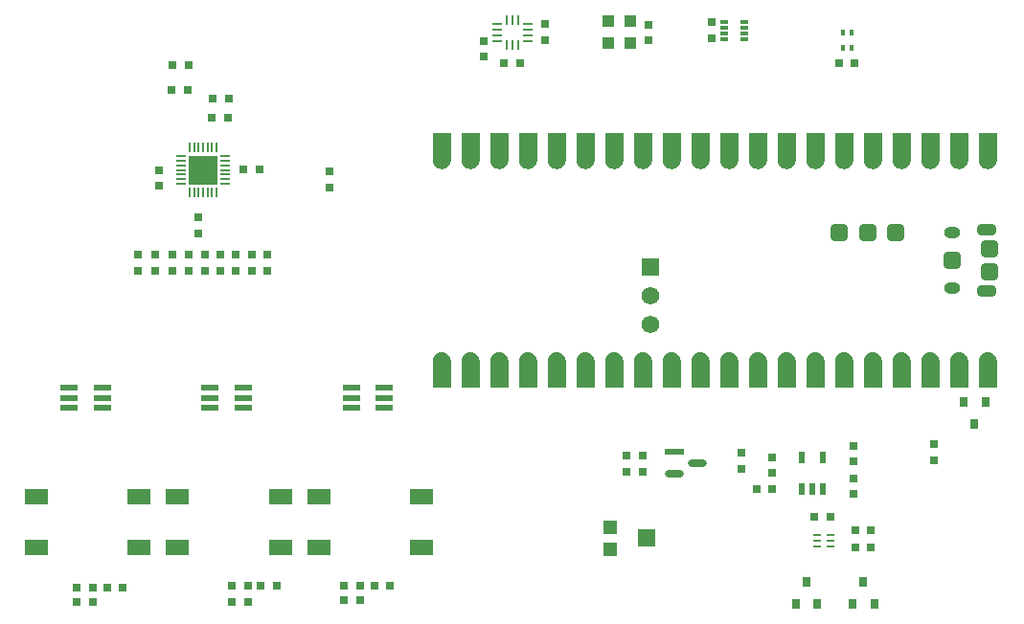
<source format=gbr>
%TF.GenerationSoftware,Altium Limited,Altium Designer,25.8.1 (18)*%
G04 Layer_Color=8421504*
%FSLAX45Y45*%
%MOMM*%
%TF.SameCoordinates,177DAE0C-5750-4891-A40F-8E88CBB746AF*%
%TF.FilePolarity,Positive*%
%TF.FileFunction,Paste,Top*%
%TF.Part,Single*%
G01*
G75*
%TA.AperFunction,SMDPad,CuDef*%
%ADD13R,0.72000X0.30000*%
G04:AMPARAMS|DCode=14|XSize=0.76mm|YSize=0.6604mm|CornerRadius=0.08255mm|HoleSize=0mm|Usage=FLASHONLY|Rotation=270.000|XOffset=0mm|YOffset=0mm|HoleType=Round|Shape=RoundedRectangle|*
%AMROUNDEDRECTD14*
21,1,0.76000,0.49530,0,0,270.0*
21,1,0.59490,0.66040,0,0,270.0*
1,1,0.16510,-0.24765,-0.29745*
1,1,0.16510,-0.24765,0.29745*
1,1,0.16510,0.24765,0.29745*
1,1,0.16510,0.24765,-0.29745*
%
%ADD14ROUNDEDRECTD14*%
%ADD15R,0.30000X0.60000*%
G04:AMPARAMS|DCode=16|XSize=0.76mm|YSize=0.6604mm|CornerRadius=0.08255mm|HoleSize=0mm|Usage=FLASHONLY|Rotation=180.000|XOffset=0mm|YOffset=0mm|HoleType=Round|Shape=RoundedRectangle|*
%AMROUNDEDRECTD16*
21,1,0.76000,0.49530,0,0,180.0*
21,1,0.59490,0.66040,0,0,180.0*
1,1,0.16510,-0.29745,0.24765*
1,1,0.16510,0.29745,0.24765*
1,1,0.16510,0.29745,-0.24765*
1,1,0.16510,-0.29745,-0.24765*
%
%ADD16ROUNDEDRECTD16*%
%TA.AperFunction,ConnectorPad*%
%ADD17O,1.80000X1.10000*%
%ADD18O,1.45000X1.05000*%
%TA.AperFunction,SMDPad,CuDef*%
%ADD19R,1.00000X1.00000*%
%ADD20O,0.95000X0.25000*%
%ADD21O,0.25000X0.95000*%
G04:AMPARAMS|DCode=22|XSize=1.5mm|YSize=1.5mm|CornerRadius=0.3mm|HoleSize=0mm|Usage=FLASHONLY|Rotation=270.000|XOffset=0mm|YOffset=0mm|HoleType=Round|Shape=RoundedRectangle|*
%AMROUNDEDRECTD22*
21,1,1.50000,0.90000,0,0,270.0*
21,1,0.90000,1.50000,0,0,270.0*
1,1,0.60000,-0.45000,-0.45000*
1,1,0.60000,-0.45000,0.45000*
1,1,0.60000,0.45000,0.45000*
1,1,0.60000,0.45000,-0.45000*
%
%ADD22ROUNDEDRECTD22*%
%ADD23R,0.60000X1.10000*%
%ADD24C,1.57480*%
G04:AMPARAMS|DCode=25|XSize=1.68435mm|YSize=0.62684mm|CornerRadius=0.31342mm|HoleSize=0mm|Usage=FLASHONLY|Rotation=0.000|XOffset=0mm|YOffset=0mm|HoleType=Round|Shape=RoundedRectangle|*
%AMROUNDEDRECTD25*
21,1,1.68435,0.00000,0,0,0.0*
21,1,1.05751,0.62684,0,0,0.0*
1,1,0.62684,0.52875,0.00000*
1,1,0.62684,-0.52875,0.00000*
1,1,0.62684,-0.52875,0.00000*
1,1,0.62684,0.52875,0.00000*
%
%ADD25ROUNDEDRECTD25*%
%ADD26R,0.80000X0.90000*%
%ADD27R,2.65000X2.65000*%
%ADD28O,0.85000X0.20000*%
%ADD29R,1.60000X0.50000*%
%ADD30R,2.10000X1.40000*%
%ADD31O,0.20000X0.85000*%
%ADD32R,1.50000X1.60000*%
%ADD33R,1.20000X1.20000*%
%ADD34R,0.80000X0.80000*%
%ADD35R,1.68435X0.62684*%
%ADD36R,1.57480X1.57480*%
%TA.AperFunction,NonConductor*%
%ADD118R,0.70000X0.23000*%
%ADD119R,0.70000X0.23000*%
G36*
X12392999Y4401500D02*
X12393230Y4161755D01*
X12393230Y4156512D01*
X12391863Y4146115D01*
X12389149Y4135985D01*
X12385137Y4126296D01*
X12379893Y4117214D01*
X12373509Y4108893D01*
X12366093Y4101478D01*
X12357773Y4095095D01*
X12348690Y4089853D01*
X12339000Y4085841D01*
X12328870Y4083128D01*
X12318472Y4081762D01*
X12313229Y4081763D01*
X12307986Y4081762D01*
X12297589Y4083130D01*
X12287460Y4085844D01*
X12277771Y4089856D01*
X12268690Y4095099D01*
X12260370Y4101483D01*
X12252955Y4108897D01*
X12246571Y4117217D01*
X12241328Y4126298D01*
X12237315Y4135986D01*
X12234602Y4146115D01*
X12233233Y4156512D01*
X12233234Y4161755D01*
X12233234Y4161755D01*
X12232999Y4401501D01*
X12392999Y4401500D01*
D02*
G37*
G36*
X12138999D02*
X12139230Y4161755D01*
X12139230Y4156512D01*
X12137863Y4146115D01*
X12135149Y4135985D01*
X12131137Y4126296D01*
X12125893Y4117214D01*
X12119509Y4108893D01*
X12112093Y4101478D01*
X12103773Y4095095D01*
X12094690Y4089853D01*
X12085000Y4085841D01*
X12074870Y4083128D01*
X12064472Y4081762D01*
X12059229Y4081763D01*
X12053986Y4081762D01*
X12043589Y4083130D01*
X12033460Y4085844D01*
X12023771Y4089856D01*
X12014690Y4095099D01*
X12006370Y4101483D01*
X11998955Y4108897D01*
X11992571Y4117217D01*
X11987328Y4126298D01*
X11983315Y4135986D01*
X11980602Y4146115D01*
X11979233Y4156512D01*
X11979234Y4161755D01*
X11979234Y4161755D01*
X11978999Y4401501D01*
X12138999Y4401500D01*
D02*
G37*
G36*
X11884999D02*
X11885230Y4161755D01*
X11885230Y4156512D01*
X11883863Y4146115D01*
X11881149Y4135985D01*
X11877137Y4126296D01*
X11871893Y4117214D01*
X11865509Y4108893D01*
X11858093Y4101478D01*
X11849773Y4095095D01*
X11840690Y4089853D01*
X11831000Y4085841D01*
X11820870Y4083128D01*
X11810472Y4081762D01*
X11805229Y4081763D01*
X11799986Y4081762D01*
X11789589Y4083130D01*
X11779460Y4085844D01*
X11769771Y4089856D01*
X11760690Y4095099D01*
X11752370Y4101483D01*
X11744955Y4108897D01*
X11738571Y4117217D01*
X11733328Y4126298D01*
X11729315Y4135986D01*
X11726602Y4146115D01*
X11725233Y4156512D01*
X11725234Y4161755D01*
X11725234Y4161755D01*
X11724999Y4401501D01*
X11884999Y4401500D01*
D02*
G37*
G36*
X11630999D02*
X11631230Y4161755D01*
X11631230Y4156512D01*
X11629863Y4146115D01*
X11627149Y4135985D01*
X11623137Y4126296D01*
X11617893Y4117214D01*
X11611509Y4108893D01*
X11604093Y4101478D01*
X11595773Y4095095D01*
X11586690Y4089853D01*
X11577000Y4085841D01*
X11566870Y4083128D01*
X11556472Y4081762D01*
X11551229Y4081763D01*
X11545986Y4081762D01*
X11535589Y4083130D01*
X11525460Y4085844D01*
X11515771Y4089856D01*
X11506690Y4095099D01*
X11498370Y4101483D01*
X11490955Y4108897D01*
X11484571Y4117217D01*
X11479328Y4126298D01*
X11475315Y4135986D01*
X11472602Y4146115D01*
X11471233Y4156512D01*
X11471234Y4161755D01*
X11471234Y4161755D01*
X11470999Y4401501D01*
X11630999Y4401500D01*
D02*
G37*
G36*
X11376999D02*
X11377230Y4161755D01*
X11377230Y4156512D01*
X11375863Y4146115D01*
X11373149Y4135985D01*
X11369137Y4126296D01*
X11363893Y4117214D01*
X11357509Y4108893D01*
X11350093Y4101478D01*
X11341773Y4095095D01*
X11332690Y4089853D01*
X11323000Y4085841D01*
X11312870Y4083128D01*
X11302472Y4081762D01*
X11297229Y4081763D01*
X11291986Y4081762D01*
X11281589Y4083130D01*
X11271460Y4085844D01*
X11261771Y4089856D01*
X11252690Y4095099D01*
X11244370Y4101483D01*
X11236955Y4108897D01*
X11230571Y4117217D01*
X11225328Y4126298D01*
X11221315Y4135986D01*
X11218602Y4146115D01*
X11217233Y4156512D01*
X11217234Y4161755D01*
X11217234Y4161755D01*
X11216999Y4401501D01*
X11376999Y4401500D01*
D02*
G37*
G36*
X11122999D02*
X11123230Y4161755D01*
X11123230Y4156512D01*
X11121863Y4146115D01*
X11119149Y4135985D01*
X11115137Y4126296D01*
X11109893Y4117214D01*
X11103509Y4108893D01*
X11096093Y4101478D01*
X11087773Y4095095D01*
X11078690Y4089853D01*
X11069000Y4085841D01*
X11058870Y4083128D01*
X11048472Y4081762D01*
X11043229Y4081763D01*
X11037986Y4081762D01*
X11027589Y4083130D01*
X11017460Y4085844D01*
X11007771Y4089856D01*
X10998690Y4095099D01*
X10990370Y4101483D01*
X10982955Y4108897D01*
X10976571Y4117217D01*
X10971328Y4126298D01*
X10967315Y4135986D01*
X10964602Y4146115D01*
X10963233Y4156512D01*
X10963234Y4161755D01*
X10963234Y4161755D01*
X10962999Y4401501D01*
X11122999Y4401500D01*
D02*
G37*
G36*
X10868999D02*
X10869230Y4161755D01*
X10869230Y4156512D01*
X10867863Y4146115D01*
X10865149Y4135985D01*
X10861137Y4126296D01*
X10855893Y4117214D01*
X10849509Y4108893D01*
X10842093Y4101478D01*
X10833773Y4095095D01*
X10824690Y4089853D01*
X10815000Y4085841D01*
X10804870Y4083128D01*
X10794472Y4081762D01*
X10789229Y4081763D01*
X10783986Y4081762D01*
X10773589Y4083130D01*
X10763460Y4085844D01*
X10753771Y4089856D01*
X10744690Y4095099D01*
X10736370Y4101483D01*
X10728955Y4108897D01*
X10722571Y4117217D01*
X10717328Y4126298D01*
X10713315Y4135986D01*
X10710602Y4146115D01*
X10709233Y4156512D01*
X10709234Y4161755D01*
X10709234Y4161755D01*
X10708999Y4401501D01*
X10868999Y4401500D01*
D02*
G37*
G36*
X10614999D02*
X10615230Y4161755D01*
X10615230Y4156512D01*
X10613863Y4146115D01*
X10611149Y4135985D01*
X10607137Y4126296D01*
X10601893Y4117214D01*
X10595509Y4108893D01*
X10588093Y4101478D01*
X10579773Y4095095D01*
X10570690Y4089853D01*
X10561000Y4085841D01*
X10550870Y4083128D01*
X10540472Y4081762D01*
X10535229Y4081763D01*
X10529986Y4081762D01*
X10519589Y4083130D01*
X10509460Y4085844D01*
X10499771Y4089856D01*
X10490690Y4095099D01*
X10482370Y4101483D01*
X10474955Y4108897D01*
X10468571Y4117217D01*
X10463328Y4126298D01*
X10459315Y4135986D01*
X10456602Y4146115D01*
X10455233Y4156512D01*
X10455234Y4161755D01*
X10455234Y4161755D01*
X10454999Y4401501D01*
X10614999Y4401500D01*
D02*
G37*
G36*
X10360999D02*
X10361230Y4161755D01*
X10361230Y4156512D01*
X10359863Y4146115D01*
X10357149Y4135985D01*
X10353137Y4126296D01*
X10347893Y4117214D01*
X10341509Y4108893D01*
X10334093Y4101478D01*
X10325773Y4095095D01*
X10316690Y4089853D01*
X10307000Y4085841D01*
X10296870Y4083128D01*
X10286472Y4081762D01*
X10281229Y4081763D01*
X10275986Y4081762D01*
X10265589Y4083130D01*
X10255460Y4085844D01*
X10245771Y4089856D01*
X10236690Y4095099D01*
X10228370Y4101483D01*
X10220955Y4108897D01*
X10214571Y4117217D01*
X10209328Y4126298D01*
X10205315Y4135986D01*
X10202602Y4146115D01*
X10201233Y4156512D01*
X10201234Y4161755D01*
X10201234Y4161755D01*
X10200999Y4401501D01*
X10360999Y4401500D01*
D02*
G37*
G36*
X10106999D02*
X10107230Y4161755D01*
X10107230Y4156512D01*
X10105863Y4146115D01*
X10103149Y4135985D01*
X10099137Y4126296D01*
X10093893Y4117214D01*
X10087509Y4108893D01*
X10080093Y4101478D01*
X10071773Y4095095D01*
X10062690Y4089853D01*
X10053000Y4085841D01*
X10042870Y4083128D01*
X10032472Y4081762D01*
X10027229Y4081763D01*
X10021986Y4081762D01*
X10011589Y4083130D01*
X10001460Y4085844D01*
X9991771Y4089856D01*
X9982690Y4095099D01*
X9974370Y4101483D01*
X9966955Y4108897D01*
X9960571Y4117217D01*
X9955328Y4126298D01*
X9951315Y4135986D01*
X9948602Y4146115D01*
X9947233Y4156512D01*
X9947234Y4161755D01*
X9947234Y4161755D01*
X9946999Y4401501D01*
X10106999Y4401500D01*
D02*
G37*
G36*
X9852999D02*
X9853230Y4161755D01*
X9853230Y4156512D01*
X9851863Y4146115D01*
X9849149Y4135985D01*
X9845137Y4126296D01*
X9839893Y4117214D01*
X9833509Y4108893D01*
X9826093Y4101478D01*
X9817773Y4095095D01*
X9808690Y4089853D01*
X9799000Y4085841D01*
X9788870Y4083128D01*
X9778472Y4081762D01*
X9773229Y4081763D01*
X9767986Y4081762D01*
X9757589Y4083130D01*
X9747460Y4085844D01*
X9737771Y4089856D01*
X9728690Y4095099D01*
X9720370Y4101483D01*
X9712955Y4108897D01*
X9706571Y4117217D01*
X9701328Y4126298D01*
X9697315Y4135986D01*
X9694602Y4146115D01*
X9693233Y4156512D01*
X9693234Y4161755D01*
X9693234Y4161755D01*
X9692999Y4401501D01*
X9852999Y4401500D01*
D02*
G37*
G36*
X9598999D02*
X9599230Y4161755D01*
X9599230Y4156512D01*
X9597863Y4146115D01*
X9595149Y4135985D01*
X9591137Y4126296D01*
X9585893Y4117214D01*
X9579509Y4108893D01*
X9572093Y4101478D01*
X9563773Y4095095D01*
X9554690Y4089853D01*
X9545000Y4085841D01*
X9534870Y4083128D01*
X9524472Y4081762D01*
X9519229Y4081763D01*
X9513986Y4081762D01*
X9503589Y4083130D01*
X9493460Y4085844D01*
X9483771Y4089856D01*
X9474690Y4095099D01*
X9466370Y4101483D01*
X9458955Y4108897D01*
X9452571Y4117217D01*
X9447328Y4126298D01*
X9443315Y4135986D01*
X9440602Y4146115D01*
X9439233Y4156512D01*
X9439234Y4161755D01*
X9439234Y4161755D01*
X9438999Y4401501D01*
X9598999Y4401500D01*
D02*
G37*
G36*
X9344999D02*
X9345230Y4161755D01*
X9345230Y4156512D01*
X9343863Y4146115D01*
X9341149Y4135985D01*
X9337137Y4126296D01*
X9331893Y4117214D01*
X9325509Y4108893D01*
X9318093Y4101478D01*
X9309773Y4095095D01*
X9300690Y4089853D01*
X9291000Y4085841D01*
X9280870Y4083128D01*
X9270472Y4081762D01*
X9265229Y4081763D01*
X9259986Y4081762D01*
X9249589Y4083130D01*
X9239460Y4085844D01*
X9229771Y4089856D01*
X9220690Y4095099D01*
X9212370Y4101483D01*
X9204955Y4108897D01*
X9198571Y4117217D01*
X9193328Y4126298D01*
X9189315Y4135986D01*
X9186602Y4146115D01*
X9185233Y4156512D01*
X9185234Y4161755D01*
X9185234Y4161755D01*
X9184999Y4401501D01*
X9344999Y4401500D01*
D02*
G37*
G36*
X9090999D02*
X9091230Y4161755D01*
X9091230Y4156512D01*
X9089863Y4146115D01*
X9087149Y4135985D01*
X9083137Y4126296D01*
X9077893Y4117214D01*
X9071509Y4108893D01*
X9064093Y4101478D01*
X9055773Y4095095D01*
X9046690Y4089853D01*
X9037000Y4085841D01*
X9026870Y4083128D01*
X9016472Y4081762D01*
X9011229Y4081763D01*
X9005986Y4081762D01*
X8995589Y4083130D01*
X8985460Y4085844D01*
X8975771Y4089856D01*
X8966690Y4095099D01*
X8958370Y4101483D01*
X8950955Y4108897D01*
X8944571Y4117217D01*
X8939328Y4126298D01*
X8935315Y4135986D01*
X8932602Y4146115D01*
X8931233Y4156512D01*
X8931234Y4161755D01*
X8931234Y4161755D01*
X8930999Y4401501D01*
X9090999Y4401500D01*
D02*
G37*
G36*
X8836999D02*
X8837230Y4161755D01*
X8837230Y4156512D01*
X8835863Y4146115D01*
X8833149Y4135985D01*
X8829137Y4126296D01*
X8823893Y4117214D01*
X8817509Y4108893D01*
X8810093Y4101478D01*
X8801773Y4095095D01*
X8792690Y4089853D01*
X8783000Y4085841D01*
X8772870Y4083128D01*
X8762472Y4081762D01*
X8757229Y4081763D01*
X8751986Y4081762D01*
X8741589Y4083130D01*
X8731460Y4085844D01*
X8721771Y4089856D01*
X8712690Y4095099D01*
X8704370Y4101483D01*
X8696955Y4108897D01*
X8690571Y4117217D01*
X8685328Y4126298D01*
X8681315Y4135986D01*
X8678602Y4146115D01*
X8677233Y4156512D01*
X8677234Y4161755D01*
X8677234Y4161755D01*
X8676999Y4401501D01*
X8836999Y4401500D01*
D02*
G37*
G36*
X8582999D02*
X8583230Y4161755D01*
X8583230Y4156512D01*
X8581863Y4146115D01*
X8579149Y4135985D01*
X8575137Y4126296D01*
X8569893Y4117214D01*
X8563509Y4108893D01*
X8556093Y4101478D01*
X8547773Y4095095D01*
X8538690Y4089853D01*
X8529000Y4085841D01*
X8518870Y4083128D01*
X8508472Y4081762D01*
X8503229Y4081763D01*
X8497986Y4081762D01*
X8487589Y4083130D01*
X8477460Y4085844D01*
X8467771Y4089856D01*
X8458690Y4095099D01*
X8450370Y4101483D01*
X8442955Y4108897D01*
X8436571Y4117217D01*
X8431328Y4126298D01*
X8427315Y4135986D01*
X8424602Y4146115D01*
X8423233Y4156512D01*
X8423234Y4161755D01*
X8423234Y4161755D01*
X8422999Y4401501D01*
X8582999Y4401500D01*
D02*
G37*
G36*
X8328999D02*
X8329230Y4161755D01*
X8329230Y4156512D01*
X8327863Y4146115D01*
X8325149Y4135985D01*
X8321137Y4126296D01*
X8315893Y4117214D01*
X8309509Y4108893D01*
X8302093Y4101478D01*
X8293773Y4095095D01*
X8284690Y4089853D01*
X8275000Y4085841D01*
X8264870Y4083128D01*
X8254472Y4081762D01*
X8249229Y4081763D01*
X8243986Y4081762D01*
X8233589Y4083130D01*
X8223460Y4085844D01*
X8213771Y4089856D01*
X8204690Y4095099D01*
X8196370Y4101483D01*
X8188955Y4108897D01*
X8182571Y4117217D01*
X8177328Y4126298D01*
X8173315Y4135986D01*
X8170602Y4146115D01*
X8169233Y4156512D01*
X8169234Y4161755D01*
X8169234Y4161755D01*
X8168999Y4401501D01*
X8328999Y4401500D01*
D02*
G37*
G36*
X8074999D02*
X8075230Y4161755D01*
X8075230Y4156512D01*
X8073863Y4146115D01*
X8071149Y4135985D01*
X8067137Y4126296D01*
X8061893Y4117214D01*
X8055509Y4108893D01*
X8048093Y4101478D01*
X8039773Y4095095D01*
X8030690Y4089853D01*
X8021000Y4085841D01*
X8010870Y4083128D01*
X8000472Y4081762D01*
X7995229Y4081763D01*
X7989986Y4081762D01*
X7979589Y4083130D01*
X7969460Y4085844D01*
X7959771Y4089856D01*
X7950690Y4095099D01*
X7942370Y4101483D01*
X7934955Y4108897D01*
X7928571Y4117217D01*
X7923328Y4126298D01*
X7919315Y4135986D01*
X7916602Y4146115D01*
X7915233Y4156512D01*
X7915234Y4161755D01*
X7915234Y4161755D01*
X7914999Y4401501D01*
X8074999Y4401500D01*
D02*
G37*
G36*
X7820999D02*
X7821230Y4161755D01*
X7821230Y4156512D01*
X7819863Y4146115D01*
X7817149Y4135985D01*
X7813137Y4126296D01*
X7807893Y4117214D01*
X7801509Y4108893D01*
X7794093Y4101478D01*
X7785773Y4095095D01*
X7776690Y4089853D01*
X7767000Y4085841D01*
X7756870Y4083128D01*
X7746472Y4081762D01*
X7741229Y4081763D01*
X7735986Y4081762D01*
X7725589Y4083130D01*
X7715460Y4085844D01*
X7705771Y4089856D01*
X7696690Y4095099D01*
X7688370Y4101483D01*
X7680955Y4108897D01*
X7674571Y4117217D01*
X7669328Y4126298D01*
X7665315Y4135986D01*
X7662602Y4146115D01*
X7661233Y4156512D01*
X7661234Y4161755D01*
X7661234Y4161755D01*
X7660999Y4401501D01*
X7820999Y4401500D01*
D02*
G37*
G36*
X7566999D02*
X7567230Y4161755D01*
X7567230Y4156512D01*
X7565863Y4146115D01*
X7563149Y4135985D01*
X7559137Y4126296D01*
X7553893Y4117214D01*
X7547509Y4108893D01*
X7540093Y4101478D01*
X7531773Y4095095D01*
X7522690Y4089853D01*
X7513000Y4085841D01*
X7502870Y4083128D01*
X7492472Y4081762D01*
X7487229Y4081763D01*
X7481986Y4081762D01*
X7471589Y4083130D01*
X7461460Y4085844D01*
X7451771Y4089856D01*
X7442690Y4095099D01*
X7434370Y4101483D01*
X7426955Y4108897D01*
X7420571Y4117217D01*
X7415328Y4126298D01*
X7411315Y4135986D01*
X7408602Y4146115D01*
X7407233Y4156512D01*
X7407234Y4161755D01*
X7407234Y4161755D01*
X7406999Y4401501D01*
X7566999Y4401500D01*
D02*
G37*
G36*
X12313238Y2463742D02*
X12318482Y2463742D01*
X12328878Y2462375D01*
X12339008Y2459661D01*
X12348696Y2455649D01*
X12357778Y2450406D01*
X12366097Y2444022D01*
X12373512Y2436608D01*
X12379896Y2428288D01*
X12385139Y2419207D01*
X12389152Y2409518D01*
X12391866Y2399389D01*
X12393234Y2388993D01*
X12393234Y2383750D01*
X12393234Y2383749D01*
X12393469Y2144004D01*
X12233469Y2144005D01*
X12233238Y2383749D01*
X12233237Y2388993D01*
X12234604Y2399390D01*
X12237318Y2409520D01*
X12241331Y2419209D01*
X12246574Y2428291D01*
X12252958Y2436611D01*
X12260375Y2444026D01*
X12268695Y2450410D01*
X12277778Y2455652D01*
X12287467Y2459664D01*
X12297597Y2462377D01*
X12307995Y2463743D01*
X12313238Y2463742D01*
D02*
G37*
G36*
X12059238D02*
X12064482Y2463742D01*
X12074878Y2462375D01*
X12085008Y2459661D01*
X12094696Y2455649D01*
X12103778Y2450406D01*
X12112097Y2444022D01*
X12119512Y2436608D01*
X12125896Y2428288D01*
X12131139Y2419207D01*
X12135152Y2409518D01*
X12137866Y2399389D01*
X12139234Y2388993D01*
X12139234Y2383750D01*
X12139234Y2383749D01*
X12139469Y2144004D01*
X11979469Y2144005D01*
X11979238Y2383749D01*
X11979237Y2388993D01*
X11980604Y2399390D01*
X11983318Y2409520D01*
X11987331Y2419209D01*
X11992574Y2428291D01*
X11998958Y2436611D01*
X12006375Y2444026D01*
X12014695Y2450410D01*
X12023778Y2455652D01*
X12033467Y2459664D01*
X12043597Y2462377D01*
X12053995Y2463743D01*
X12059238Y2463742D01*
D02*
G37*
G36*
X11805238D02*
X11810482Y2463742D01*
X11820878Y2462375D01*
X11831008Y2459661D01*
X11840696Y2455649D01*
X11849778Y2450406D01*
X11858097Y2444022D01*
X11865512Y2436608D01*
X11871896Y2428288D01*
X11877139Y2419207D01*
X11881152Y2409518D01*
X11883866Y2399389D01*
X11885234Y2388993D01*
X11885234Y2383750D01*
X11885234Y2383749D01*
X11885469Y2144004D01*
X11725469Y2144005D01*
X11725238Y2383749D01*
X11725237Y2388993D01*
X11726604Y2399390D01*
X11729318Y2409520D01*
X11733331Y2419209D01*
X11738574Y2428291D01*
X11744958Y2436611D01*
X11752375Y2444026D01*
X11760695Y2450410D01*
X11769778Y2455652D01*
X11779467Y2459664D01*
X11789597Y2462377D01*
X11799995Y2463743D01*
X11805238Y2463742D01*
D02*
G37*
G36*
X11551238D02*
X11556482Y2463742D01*
X11566878Y2462375D01*
X11577008Y2459661D01*
X11586696Y2455649D01*
X11595778Y2450406D01*
X11604097Y2444022D01*
X11611512Y2436608D01*
X11617896Y2428288D01*
X11623139Y2419207D01*
X11627152Y2409518D01*
X11629866Y2399389D01*
X11631234Y2388993D01*
X11631234Y2383750D01*
X11631234Y2383749D01*
X11631469Y2144004D01*
X11471469Y2144005D01*
X11471238Y2383749D01*
X11471237Y2388993D01*
X11472604Y2399390D01*
X11475318Y2409520D01*
X11479331Y2419209D01*
X11484574Y2428291D01*
X11490958Y2436611D01*
X11498375Y2444026D01*
X11506695Y2450410D01*
X11515778Y2455652D01*
X11525467Y2459664D01*
X11535597Y2462377D01*
X11545995Y2463743D01*
X11551238Y2463742D01*
D02*
G37*
G36*
X11297238D02*
X11302482Y2463742D01*
X11312878Y2462375D01*
X11323008Y2459661D01*
X11332696Y2455649D01*
X11341778Y2450406D01*
X11350097Y2444022D01*
X11357512Y2436608D01*
X11363896Y2428288D01*
X11369139Y2419207D01*
X11373152Y2409518D01*
X11375866Y2399389D01*
X11377234Y2388993D01*
X11377234Y2383750D01*
X11377234Y2383749D01*
X11377469Y2144004D01*
X11217469Y2144005D01*
X11217238Y2383749D01*
X11217237Y2388993D01*
X11218604Y2399390D01*
X11221318Y2409520D01*
X11225331Y2419209D01*
X11230574Y2428291D01*
X11236958Y2436611D01*
X11244375Y2444026D01*
X11252695Y2450410D01*
X11261778Y2455652D01*
X11271467Y2459664D01*
X11281597Y2462377D01*
X11291995Y2463743D01*
X11297238Y2463742D01*
D02*
G37*
G36*
X11043238D02*
X11048482Y2463742D01*
X11058878Y2462375D01*
X11069008Y2459661D01*
X11078696Y2455649D01*
X11087778Y2450406D01*
X11096097Y2444022D01*
X11103512Y2436608D01*
X11109896Y2428288D01*
X11115139Y2419207D01*
X11119152Y2409518D01*
X11121866Y2399389D01*
X11123234Y2388993D01*
X11123234Y2383750D01*
X11123234Y2383749D01*
X11123469Y2144004D01*
X10963469Y2144005D01*
X10963238Y2383749D01*
X10963237Y2388993D01*
X10964604Y2399390D01*
X10967318Y2409520D01*
X10971331Y2419209D01*
X10976574Y2428291D01*
X10982958Y2436611D01*
X10990375Y2444026D01*
X10998695Y2450410D01*
X11007778Y2455652D01*
X11017467Y2459664D01*
X11027597Y2462377D01*
X11037995Y2463743D01*
X11043238Y2463742D01*
D02*
G37*
G36*
X10789238D02*
X10794482Y2463742D01*
X10804878Y2462375D01*
X10815008Y2459661D01*
X10824696Y2455649D01*
X10833778Y2450406D01*
X10842097Y2444022D01*
X10849512Y2436608D01*
X10855896Y2428288D01*
X10861139Y2419207D01*
X10865152Y2409518D01*
X10867866Y2399389D01*
X10869234Y2388993D01*
X10869234Y2383750D01*
X10869234Y2383749D01*
X10869469Y2144004D01*
X10709469Y2144005D01*
X10709238Y2383749D01*
X10709237Y2388993D01*
X10710604Y2399390D01*
X10713318Y2409520D01*
X10717331Y2419209D01*
X10722574Y2428291D01*
X10728958Y2436611D01*
X10736375Y2444026D01*
X10744695Y2450410D01*
X10753778Y2455652D01*
X10763467Y2459664D01*
X10773597Y2462377D01*
X10783995Y2463743D01*
X10789238Y2463742D01*
D02*
G37*
G36*
X10535238D02*
X10540482Y2463742D01*
X10550878Y2462375D01*
X10561008Y2459661D01*
X10570696Y2455649D01*
X10579778Y2450406D01*
X10588097Y2444022D01*
X10595512Y2436608D01*
X10601896Y2428288D01*
X10607139Y2419207D01*
X10611152Y2409518D01*
X10613866Y2399389D01*
X10615234Y2388993D01*
X10615234Y2383750D01*
X10615234Y2383749D01*
X10615469Y2144004D01*
X10455469Y2144005D01*
X10455238Y2383749D01*
X10455237Y2388993D01*
X10456604Y2399390D01*
X10459318Y2409520D01*
X10463331Y2419209D01*
X10468574Y2428291D01*
X10474958Y2436611D01*
X10482375Y2444026D01*
X10490695Y2450410D01*
X10499778Y2455652D01*
X10509467Y2459664D01*
X10519597Y2462377D01*
X10529995Y2463743D01*
X10535238Y2463742D01*
D02*
G37*
G36*
X10281238D02*
X10286482Y2463742D01*
X10296878Y2462375D01*
X10307008Y2459661D01*
X10316696Y2455649D01*
X10325778Y2450406D01*
X10334097Y2444022D01*
X10341512Y2436608D01*
X10347896Y2428288D01*
X10353139Y2419207D01*
X10357152Y2409518D01*
X10359866Y2399389D01*
X10361234Y2388993D01*
X10361234Y2383750D01*
X10361234Y2383749D01*
X10361469Y2144004D01*
X10201469Y2144005D01*
X10201238Y2383749D01*
X10201237Y2388993D01*
X10202604Y2399390D01*
X10205318Y2409520D01*
X10209331Y2419209D01*
X10214574Y2428291D01*
X10220958Y2436611D01*
X10228375Y2444026D01*
X10236695Y2450410D01*
X10245778Y2455652D01*
X10255467Y2459664D01*
X10265597Y2462377D01*
X10275995Y2463743D01*
X10281238Y2463742D01*
D02*
G37*
G36*
X10027238D02*
X10032482Y2463742D01*
X10042878Y2462375D01*
X10053008Y2459661D01*
X10062696Y2455649D01*
X10071778Y2450406D01*
X10080097Y2444022D01*
X10087512Y2436608D01*
X10093896Y2428288D01*
X10099139Y2419207D01*
X10103152Y2409518D01*
X10105866Y2399389D01*
X10107234Y2388993D01*
X10107234Y2383750D01*
X10107234Y2383749D01*
X10107469Y2144004D01*
X9947469Y2144005D01*
X9947238Y2383749D01*
X9947237Y2388993D01*
X9948604Y2399390D01*
X9951318Y2409520D01*
X9955331Y2419209D01*
X9960574Y2428291D01*
X9966958Y2436611D01*
X9974375Y2444026D01*
X9982695Y2450410D01*
X9991778Y2455652D01*
X10001467Y2459664D01*
X10011597Y2462377D01*
X10021995Y2463743D01*
X10027238Y2463742D01*
D02*
G37*
G36*
X9773238D02*
X9778482Y2463742D01*
X9788878Y2462375D01*
X9799008Y2459661D01*
X9808696Y2455649D01*
X9817778Y2450406D01*
X9826097Y2444022D01*
X9833512Y2436608D01*
X9839896Y2428288D01*
X9845139Y2419207D01*
X9849152Y2409518D01*
X9851866Y2399389D01*
X9853234Y2388993D01*
X9853234Y2383750D01*
X9853234Y2383749D01*
X9853469Y2144004D01*
X9693469Y2144005D01*
X9693238Y2383749D01*
X9693237Y2388993D01*
X9694604Y2399390D01*
X9697318Y2409520D01*
X9701331Y2419209D01*
X9706574Y2428291D01*
X9712958Y2436611D01*
X9720375Y2444026D01*
X9728695Y2450410D01*
X9737778Y2455652D01*
X9747467Y2459664D01*
X9757597Y2462377D01*
X9767995Y2463743D01*
X9773238Y2463742D01*
D02*
G37*
G36*
X9519238D02*
X9524482Y2463742D01*
X9534878Y2462375D01*
X9545008Y2459661D01*
X9554696Y2455649D01*
X9563778Y2450406D01*
X9572097Y2444022D01*
X9579512Y2436608D01*
X9585896Y2428288D01*
X9591139Y2419207D01*
X9595152Y2409518D01*
X9597866Y2399389D01*
X9599234Y2388993D01*
X9599234Y2383750D01*
X9599234Y2383749D01*
X9599469Y2144004D01*
X9439469Y2144005D01*
X9439238Y2383749D01*
X9439237Y2388993D01*
X9440604Y2399390D01*
X9443318Y2409520D01*
X9447331Y2419209D01*
X9452574Y2428291D01*
X9458958Y2436611D01*
X9466375Y2444026D01*
X9474695Y2450410D01*
X9483778Y2455652D01*
X9493467Y2459664D01*
X9503597Y2462377D01*
X9513995Y2463743D01*
X9519238Y2463742D01*
D02*
G37*
G36*
X9265238D02*
X9270482Y2463742D01*
X9280878Y2462375D01*
X9291008Y2459661D01*
X9300696Y2455649D01*
X9309778Y2450406D01*
X9318097Y2444022D01*
X9325512Y2436608D01*
X9331896Y2428288D01*
X9337139Y2419207D01*
X9341152Y2409518D01*
X9343866Y2399389D01*
X9345234Y2388993D01*
X9345234Y2383750D01*
X9345234Y2383749D01*
X9345469Y2144004D01*
X9185469Y2144005D01*
X9185238Y2383749D01*
X9185237Y2388993D01*
X9186604Y2399390D01*
X9189318Y2409520D01*
X9193331Y2419209D01*
X9198574Y2428291D01*
X9204958Y2436611D01*
X9212375Y2444026D01*
X9220695Y2450410D01*
X9229778Y2455652D01*
X9239467Y2459664D01*
X9249597Y2462377D01*
X9259995Y2463743D01*
X9265238Y2463742D01*
D02*
G37*
G36*
X9011238D02*
X9016482Y2463742D01*
X9026878Y2462375D01*
X9037008Y2459661D01*
X9046696Y2455649D01*
X9055778Y2450406D01*
X9064097Y2444022D01*
X9071512Y2436608D01*
X9077896Y2428288D01*
X9083139Y2419207D01*
X9087152Y2409518D01*
X9089866Y2399389D01*
X9091234Y2388993D01*
X9091234Y2383750D01*
X9091234Y2383749D01*
X9091469Y2144004D01*
X8931469Y2144005D01*
X8931238Y2383749D01*
X8931237Y2388993D01*
X8932604Y2399390D01*
X8935318Y2409520D01*
X8939331Y2419209D01*
X8944574Y2428291D01*
X8950958Y2436611D01*
X8958375Y2444026D01*
X8966695Y2450410D01*
X8975778Y2455652D01*
X8985467Y2459664D01*
X8995597Y2462377D01*
X9005995Y2463743D01*
X9011238Y2463742D01*
D02*
G37*
G36*
X8757238D02*
X8762482Y2463742D01*
X8772878Y2462375D01*
X8783008Y2459661D01*
X8792696Y2455649D01*
X8801778Y2450406D01*
X8810097Y2444022D01*
X8817512Y2436608D01*
X8823896Y2428288D01*
X8829139Y2419207D01*
X8833152Y2409518D01*
X8835866Y2399389D01*
X8837234Y2388993D01*
X8837234Y2383750D01*
X8837234Y2383749D01*
X8837469Y2144004D01*
X8677469Y2144005D01*
X8677238Y2383749D01*
X8677237Y2388993D01*
X8678604Y2399390D01*
X8681318Y2409520D01*
X8685331Y2419209D01*
X8690574Y2428291D01*
X8696958Y2436611D01*
X8704375Y2444026D01*
X8712695Y2450410D01*
X8721778Y2455652D01*
X8731467Y2459664D01*
X8741597Y2462377D01*
X8751995Y2463743D01*
X8757238Y2463742D01*
D02*
G37*
G36*
X8503238D02*
X8508482Y2463742D01*
X8518878Y2462375D01*
X8529008Y2459661D01*
X8538696Y2455649D01*
X8547778Y2450406D01*
X8556097Y2444022D01*
X8563512Y2436608D01*
X8569896Y2428288D01*
X8575139Y2419207D01*
X8579152Y2409518D01*
X8581866Y2399389D01*
X8583234Y2388993D01*
X8583234Y2383750D01*
X8583234Y2383749D01*
X8583469Y2144004D01*
X8423469Y2144005D01*
X8423238Y2383749D01*
X8423237Y2388993D01*
X8424604Y2399390D01*
X8427318Y2409520D01*
X8431331Y2419209D01*
X8436574Y2428291D01*
X8442958Y2436611D01*
X8450375Y2444026D01*
X8458695Y2450410D01*
X8467778Y2455652D01*
X8477467Y2459664D01*
X8487597Y2462377D01*
X8497995Y2463743D01*
X8503238Y2463742D01*
D02*
G37*
G36*
X8249238D02*
X8254482Y2463742D01*
X8264878Y2462375D01*
X8275008Y2459661D01*
X8284696Y2455649D01*
X8293778Y2450406D01*
X8302097Y2444022D01*
X8309512Y2436608D01*
X8315896Y2428288D01*
X8321139Y2419207D01*
X8325152Y2409518D01*
X8327866Y2399389D01*
X8329234Y2388993D01*
X8329234Y2383750D01*
X8329234Y2383749D01*
X8329469Y2144004D01*
X8169469Y2144005D01*
X8169238Y2383749D01*
X8169237Y2388993D01*
X8170604Y2399390D01*
X8173318Y2409520D01*
X8177331Y2419209D01*
X8182574Y2428291D01*
X8188958Y2436611D01*
X8196375Y2444026D01*
X8204695Y2450410D01*
X8213778Y2455652D01*
X8223467Y2459664D01*
X8233597Y2462377D01*
X8243995Y2463743D01*
X8249238Y2463742D01*
D02*
G37*
G36*
X7995238D02*
X8000482Y2463742D01*
X8010878Y2462375D01*
X8021008Y2459661D01*
X8030696Y2455649D01*
X8039778Y2450406D01*
X8048097Y2444022D01*
X8055512Y2436608D01*
X8061896Y2428288D01*
X8067139Y2419207D01*
X8071152Y2409518D01*
X8073866Y2399389D01*
X8075234Y2388993D01*
X8075234Y2383750D01*
X8075234Y2383749D01*
X8075469Y2144004D01*
X7915469Y2144005D01*
X7915238Y2383749D01*
X7915237Y2388993D01*
X7916604Y2399390D01*
X7919318Y2409520D01*
X7923331Y2419209D01*
X7928574Y2428291D01*
X7934958Y2436611D01*
X7942375Y2444026D01*
X7950695Y2450410D01*
X7959778Y2455652D01*
X7969467Y2459664D01*
X7979597Y2462377D01*
X7989995Y2463743D01*
X7995238Y2463742D01*
D02*
G37*
G36*
X7741238D02*
X7746482Y2463742D01*
X7756878Y2462375D01*
X7767008Y2459661D01*
X7776696Y2455649D01*
X7785778Y2450406D01*
X7794097Y2444022D01*
X7801512Y2436608D01*
X7807896Y2428288D01*
X7813139Y2419207D01*
X7817152Y2409518D01*
X7819866Y2399389D01*
X7821234Y2388993D01*
X7821234Y2383750D01*
X7821234Y2383749D01*
X7821469Y2144004D01*
X7661469Y2144005D01*
X7661238Y2383749D01*
X7661237Y2388993D01*
X7662604Y2399390D01*
X7665318Y2409520D01*
X7669331Y2419209D01*
X7674574Y2428291D01*
X7680958Y2436611D01*
X7688375Y2444026D01*
X7696695Y2450410D01*
X7705778Y2455652D01*
X7715467Y2459664D01*
X7725597Y2462377D01*
X7735995Y2463743D01*
X7741238Y2463742D01*
D02*
G37*
G36*
X7487238D02*
X7492482Y2463742D01*
X7502878Y2462375D01*
X7513008Y2459661D01*
X7522696Y2455649D01*
X7531778Y2450406D01*
X7540097Y2444022D01*
X7547512Y2436608D01*
X7553896Y2428288D01*
X7559139Y2419207D01*
X7563152Y2409518D01*
X7565866Y2399389D01*
X7567234Y2388993D01*
X7567234Y2383750D01*
X7567234Y2383749D01*
X7567469Y2144004D01*
X7407469Y2144005D01*
X7407238Y2383749D01*
X7407237Y2388993D01*
X7408604Y2399390D01*
X7411318Y2409520D01*
X7415331Y2419209D01*
X7420574Y2428291D01*
X7426958Y2436611D01*
X7434375Y2444026D01*
X7442695Y2450410D01*
X7451778Y2455652D01*
X7461467Y2459664D01*
X7471597Y2462377D01*
X7481995Y2463743D01*
X7487238Y2463742D01*
D02*
G37*
D13*
X9986600Y5231600D02*
D03*
Y5381600D02*
D03*
X10158600Y5231600D02*
D03*
Y5381600D02*
D03*
Y5281600D02*
D03*
Y5331600D02*
D03*
X9986600Y5281600D02*
D03*
Y5331600D02*
D03*
D14*
X11137600Y5019999D02*
D03*
X8177600Y5016600D02*
D03*
X10782500Y1005000D02*
D03*
X9260000Y1402500D02*
D03*
X5110000Y5000001D02*
D03*
X5602500Y4707500D02*
D03*
X5102500Y4780000D02*
D03*
X5873900Y4076700D02*
D03*
X7029600Y393700D02*
D03*
X6026300D02*
D03*
X4667400Y381000D02*
D03*
X10997600Y5019999D02*
D03*
X8037600Y5016600D02*
D03*
X5250000Y5000001D02*
D03*
X5597500Y4532500D02*
D03*
X5733900Y4076700D02*
D03*
X5242500Y4780000D02*
D03*
X6762900Y266700D02*
D03*
X5772300Y254000D02*
D03*
X4400700D02*
D03*
X9122500Y1542500D02*
D03*
X9120000Y1402500D02*
D03*
X11140000Y732500D02*
D03*
X11280000D02*
D03*
X6622900Y266700D02*
D03*
Y393700D02*
D03*
X4260700Y254000D02*
D03*
Y381000D02*
D03*
X5632300Y254000D02*
D03*
Y393700D02*
D03*
X11280000Y885000D02*
D03*
X11140000D02*
D03*
X10922500Y1005000D02*
D03*
X10270000Y1247500D02*
D03*
X10410000D02*
D03*
X9262500Y1542500D02*
D03*
X4527400Y381000D02*
D03*
X4400700Y381000D02*
D03*
X5462500Y4707500D02*
D03*
X5457500Y4532500D02*
D03*
X5886300Y393700D02*
D03*
X5772300Y393700D02*
D03*
X6762900D02*
D03*
X6889600Y393700D02*
D03*
D15*
X11110100Y5152500D02*
D03*
X11030100D02*
D03*
Y5292500D02*
D03*
X11110100D02*
D03*
D16*
X9870100Y5239100D02*
D03*
X8397600Y5361600D02*
D03*
X9315100Y5219100D02*
D03*
X11836400Y1504800D02*
D03*
X11122500Y1492500D02*
D03*
X11122500Y1345000D02*
D03*
X10407500Y1390000D02*
D03*
X5334000Y3511400D02*
D03*
X4985000Y3932500D02*
D03*
X9870100Y5379100D02*
D03*
X9315100Y5359100D02*
D03*
X8397600Y5221600D02*
D03*
X7861300Y5073500D02*
D03*
X6492500Y4060000D02*
D03*
X4985000Y4072500D02*
D03*
X5334000Y3651400D02*
D03*
X11122500Y1205000D02*
D03*
X7861300Y5213500D02*
D03*
X6492500Y3920000D02*
D03*
X4800600Y3321200D02*
D03*
X5667021D02*
D03*
X5805310D02*
D03*
X5667021Y3181200D02*
D03*
X5805310D02*
D03*
X5943599D02*
D03*
X5252155D02*
D03*
X5390444D02*
D03*
X5528732D02*
D03*
X11122500Y1632500D02*
D03*
X10407500Y1530000D02*
D03*
X11836400Y1644800D02*
D03*
X4800600Y3181200D02*
D03*
X4953000D02*
D03*
Y3321200D02*
D03*
X5105400Y3181200D02*
D03*
Y3321200D02*
D03*
X5252155D02*
D03*
X5390444D02*
D03*
X5528732D02*
D03*
X5943599D02*
D03*
D17*
X12300000Y3545000D02*
D03*
Y3000000D02*
D03*
D18*
X11997000Y3515000D02*
D03*
Y3030000D02*
D03*
D19*
X9155100Y5191599D02*
D03*
Y5391600D02*
D03*
X8955100Y5191599D02*
D03*
Y5391600D02*
D03*
D20*
X8245700Y5364300D02*
D03*
Y5314300D02*
D03*
X7975700D02*
D03*
Y5264300D02*
D03*
X8245700Y5214300D02*
D03*
X7975700Y5364300D02*
D03*
Y5214300D02*
D03*
X8245700Y5264300D02*
D03*
D21*
X8160700Y5179300D02*
D03*
X8110700D02*
D03*
X8060700D02*
D03*
X8110700Y5399300D02*
D03*
X8060700D02*
D03*
X8160700D02*
D03*
D22*
X12000000Y3272500D02*
D03*
X12330000Y3372500D02*
D03*
Y3172500D02*
D03*
X11500000Y3522500D02*
D03*
X11250000D02*
D03*
X11000000D02*
D03*
D23*
X10762500Y1252500D02*
D03*
X10667500D02*
D03*
X10857500D02*
D03*
Y1532500D02*
D03*
X10667500D02*
D03*
D24*
X9330000Y2960090D02*
D03*
Y2706090D02*
D03*
D25*
X9543974Y1387500D02*
D03*
X9750000Y1482500D02*
D03*
D26*
X10710000Y432500D02*
D03*
X10805000Y232500D02*
D03*
X10615000D02*
D03*
X11215000Y432500D02*
D03*
X11310000Y232500D02*
D03*
X11120000D02*
D03*
X12102500Y2022500D02*
D03*
X12292500D02*
D03*
X12197500Y1822500D02*
D03*
D27*
X5377500Y4072500D02*
D03*
D28*
X5575000Y4032500D02*
D03*
X5180000Y4112500D02*
D03*
X5575000Y4072500D02*
D03*
X5180000D02*
D03*
Y4152500D02*
D03*
Y3992500D02*
D03*
X5575000Y4152500D02*
D03*
Y3992500D02*
D03*
Y4192500D02*
D03*
X5180000D02*
D03*
Y4032500D02*
D03*
Y3952500D02*
D03*
X5575000D02*
D03*
Y4112500D02*
D03*
D29*
X6981250Y2147500D02*
D03*
Y1967500D02*
D03*
Y2057500D02*
D03*
X5733750Y2147500D02*
D03*
Y1967500D02*
D03*
Y2057500D02*
D03*
X4486250Y2147500D02*
D03*
Y1967500D02*
D03*
Y2057500D02*
D03*
X6686250Y1967500D02*
D03*
Y2057500D02*
D03*
Y2147500D02*
D03*
X5438750Y1967500D02*
D03*
Y2057500D02*
D03*
Y2147500D02*
D03*
X4191250D02*
D03*
Y2057500D02*
D03*
Y1967500D02*
D03*
D30*
X7308300Y1185700D02*
D03*
X6398300D02*
D03*
X6060800D02*
D03*
X3903300D02*
D03*
X5150800D02*
D03*
X4813300D02*
D03*
X7308300Y735700D02*
D03*
X6398300D02*
D03*
X3903300D02*
D03*
X4813300D02*
D03*
X6060800D02*
D03*
X5150800D02*
D03*
D31*
X5417500Y3875000D02*
D03*
X5377500Y4270000D02*
D03*
X5417500D02*
D03*
X5297500Y3875000D02*
D03*
X5337500D02*
D03*
X5257500D02*
D03*
X5377500D02*
D03*
X5457500D02*
D03*
X5497500D02*
D03*
Y4270000D02*
D03*
X5457500D02*
D03*
X5337500D02*
D03*
X5297500D02*
D03*
X5257500D02*
D03*
D32*
X9300000Y815000D02*
D03*
D33*
X8975000Y915000D02*
D03*
Y715000D02*
D03*
D34*
X10140000Y1575000D02*
D03*
Y1425000D02*
D03*
D35*
X9543974Y1577500D02*
D03*
D36*
X9330000Y3214090D02*
D03*
D118*
X10922491Y739997D02*
D03*
X10922493Y839996D02*
D03*
X10807496Y739995D02*
D03*
X10807508Y840003D02*
D03*
D119*
X10922468Y789994D02*
D03*
X10807498Y790040D02*
D03*
%TF.MD5,6e1165ddaeb6ad10441d1a716606027d*%
M02*

</source>
